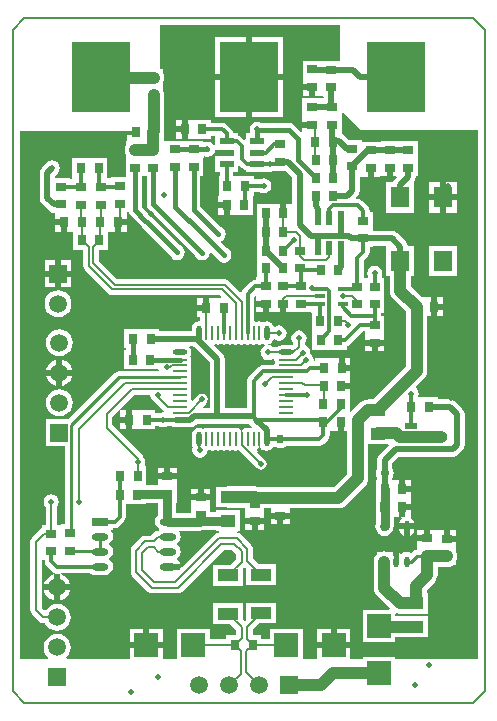
<source format=gtl>
%FSLAX25Y25*%
%MOIN*%
G70*
G01*
G75*
G04 Layer_Physical_Order=1*
G04 Layer_Color=255*
%ADD10R,0.02756X0.03347*%
%ADD11R,0.03347X0.02756*%
%ADD12O,0.05500X0.02500*%
%ADD13R,0.05500X0.02500*%
%ADD14R,0.07874X0.07874*%
%ADD15R,0.07087X0.03937*%
%ADD16R,0.05118X0.03937*%
%ADD17R,0.07874X0.07874*%
%ADD18O,0.01969X0.03543*%
%ADD19O,0.01969X0.03543*%
%ADD20R,0.01969X0.03543*%
%ADD21O,0.04724X0.00984*%
%ADD22R,0.04724X0.01772*%
%ADD23O,0.04724X0.01772*%
%ADD24O,0.00984X0.04724*%
%ADD25O,0.01772X0.04724*%
%ADD26R,0.03937X0.02362*%
%ADD27R,0.04724X0.02362*%
%ADD28R,0.06299X0.07087*%
%ADD29R,0.03347X0.01575*%
%ADD30R,0.02362X0.04724*%
%ADD31C,0.02000*%
%ADD32C,0.03000*%
%ADD33C,0.01200*%
%ADD34C,0.04000*%
%ADD35C,0.00800*%
%ADD36C,0.01500*%
%ADD37C,0.01000*%
%ADD38C,0.00500*%
%ADD39R,0.05906X0.05906*%
%ADD40C,0.05906*%
%ADD41R,0.05906X0.05906*%
%ADD42R,0.19685X0.23622*%
%ADD43C,0.02000*%
%ADD44C,0.03000*%
G36*
X181473Y-148249D02*
X181678Y-148290D01*
X181775Y-148780D01*
X181119Y-149219D01*
X180566Y-150046D01*
X180372Y-151021D01*
X180566Y-151997D01*
X181119Y-152824D01*
X181946Y-153376D01*
X182921Y-153570D01*
X183897Y-153376D01*
X184522Y-152958D01*
X184689D01*
X185006Y-153345D01*
X184999Y-153383D01*
X185153Y-154161D01*
X185292Y-154368D01*
X185153Y-154575D01*
X185033Y-155179D01*
X181280D01*
X180460Y-155342D01*
X179765Y-155807D01*
X176625Y-158947D01*
X176161Y-159641D01*
X175998Y-160461D01*
Y-169651D01*
X168549D01*
Y-153300D01*
X168355Y-152324D01*
X167802Y-151498D01*
X164956Y-148651D01*
X165071Y-148272D01*
X165071Y-148272D01*
X165485Y-148272D01*
D01*
X166262Y-148426D01*
X167040Y-148272D01*
X167246Y-148134D01*
X167453Y-148272D01*
X168231Y-148426D01*
X169008Y-148272D01*
X169215Y-148134D01*
X169422Y-148272D01*
X170199Y-148426D01*
X170976Y-148272D01*
X171183Y-148134D01*
X171390Y-148272D01*
X172168Y-148426D01*
X172945Y-148272D01*
X173152Y-148134D01*
X173359Y-148272D01*
X174136Y-148426D01*
X174914Y-148272D01*
X175120Y-148134D01*
X175327Y-148272D01*
X176105Y-148426D01*
X176882Y-148272D01*
X177089Y-148134D01*
X177296Y-148272D01*
X178073Y-148426D01*
X178850Y-148272D01*
X179057Y-148134D01*
X179264Y-148272D01*
X180042Y-148426D01*
X180819Y-148272D01*
X181163Y-148042D01*
X181473Y-148249D01*
D02*
G37*
G36*
X158161Y-149065D02*
X158161D01*
X158161Y-149065D01*
X163451Y-154356D01*
Y-169651D01*
X161342D01*
X161151Y-169189D01*
X162270Y-168070D01*
X162690Y-167441D01*
X162837Y-166700D01*
X162690Y-165959D01*
X162270Y-165330D01*
X161641Y-164910D01*
X160900Y-164763D01*
X160159Y-164910D01*
X159530Y-165330D01*
X157798Y-167063D01*
X157319Y-166918D01*
X157213Y-166386D01*
X157075Y-166179D01*
X157213Y-165972D01*
X157368Y-165194D01*
X157213Y-164417D01*
X157075Y-164210D01*
X157213Y-164003D01*
X157368Y-163226D01*
X157213Y-162449D01*
X157075Y-162242D01*
X157213Y-162035D01*
X157368Y-161258D01*
X157213Y-160480D01*
X157075Y-160273D01*
X157213Y-160066D01*
X157368Y-159289D01*
X157213Y-158512D01*
X157075Y-158305D01*
X157213Y-158098D01*
X157368Y-157320D01*
X157213Y-156543D01*
X157075Y-156336D01*
X157213Y-156129D01*
X157368Y-155352D01*
X157213Y-154575D01*
X157075Y-154368D01*
X157213Y-154161D01*
X157368Y-153383D01*
X157213Y-152606D01*
X156984Y-152262D01*
X157191Y-151952D01*
X157376Y-151021D01*
X157191Y-150090D01*
X156663Y-149301D01*
X156770Y-148949D01*
X158044D01*
X158161Y-149065D01*
D02*
G37*
G36*
X169101Y-85440D02*
X165238D01*
Y-87121D01*
Y-90861D01*
X166959D01*
Y-92227D01*
X166417D01*
Y-98473D01*
X166417Y-98473D01*
X166417D01*
X166417Y-98573D01*
Y-98627D01*
X166217Y-98827D01*
X166217D01*
Y-101000D01*
X169096D01*
Y-101999D01*
X170095D01*
Y-105173D01*
X171972D01*
Y-105173D01*
X172122D01*
X172326Y-105173D01*
X172326Y-105173D01*
Y-105173D01*
X177878D01*
Y-98827D01*
X177878D01*
Y-98773D01*
X178078Y-98573D01*
X178078D01*
Y-97541D01*
X180105D01*
X180424Y-97755D01*
X181400Y-97949D01*
X182376Y-97755D01*
X183202Y-97202D01*
X183755Y-96376D01*
X183949Y-95400D01*
X183755Y-94424D01*
X183202Y-93598D01*
X182376Y-93045D01*
X181400Y-92851D01*
X180424Y-93045D01*
X180105Y-93259D01*
X178078D01*
Y-92227D01*
X172526D01*
X172526Y-92227D01*
Y-92227D01*
X172322Y-92227D01*
X172247D01*
X172172D01*
X171968Y-92227D01*
X171968Y-92227D01*
Y-92227D01*
X171241D01*
Y-90861D01*
X172962D01*
Y-88943D01*
X173424Y-88752D01*
X174366Y-89694D01*
X175061Y-90158D01*
X175474Y-90241D01*
Y-90861D01*
X183198D01*
Y-90861D01*
X183368Y-90723D01*
X183500Y-90749D01*
X184476Y-90555D01*
X184591Y-90478D01*
X188873D01*
X190851Y-92456D01*
Y-98200D01*
Y-101527D01*
X189000D01*
Y-104701D01*
X187000D01*
Y-101527D01*
X185122D01*
D01*
D01*
X185122Y-101527D01*
X184972D01*
Y-101527D01*
X179217D01*
Y-107873D01*
Y-114073D01*
Y-120273D01*
Y-126016D01*
X178927D01*
Y-126753D01*
X178706D01*
X177886Y-126916D01*
X177191Y-127381D01*
X174591Y-129981D01*
X174127Y-130676D01*
X174118Y-130719D01*
X173640Y-130864D01*
X170006Y-127230D01*
X169378Y-126810D01*
X168636Y-126663D01*
X132702D01*
X126437Y-120398D01*
Y-116773D01*
X129584D01*
Y-110773D01*
X129878Y-110773D01*
D01*
D01*
X130028D01*
Y-110773D01*
X131905D01*
Y-107599D01*
X132905D01*
Y-106600D01*
X135784D01*
Y-104427D01*
D01*
Y-104427D01*
X135927Y-104283D01*
X136442D01*
X136480Y-104478D01*
X136978Y-105222D01*
X140428Y-108672D01*
X141031Y-109275D01*
X141031D01*
X141031Y-109275D01*
X150324Y-118568D01*
X150345Y-118675D01*
X150898Y-119502D01*
X151725Y-120055D01*
X152700Y-120249D01*
X153675Y-120055D01*
X154502Y-119502D01*
X155055Y-118675D01*
X155249Y-117700D01*
X155055Y-116725D01*
X154502Y-115898D01*
X153675Y-115345D01*
X153568Y-115324D01*
X144275Y-106031D01*
X143672Y-105428D01*
X140894Y-102650D01*
Y-92278D01*
X142406D01*
Y-101500D01*
X142580Y-102378D01*
X143078Y-103122D01*
X143078Y-103122D01*
X143078Y-103122D01*
X158624Y-118668D01*
X158645Y-118775D01*
X159198Y-119602D01*
X160024Y-120155D01*
X161000Y-120349D01*
X161976Y-120155D01*
X162802Y-119602D01*
X163355Y-118775D01*
X163546Y-117814D01*
X164025Y-117669D01*
X165724Y-119368D01*
X165745Y-119475D01*
X166298Y-120302D01*
X167124Y-120855D01*
X168100Y-121049D01*
X169076Y-120855D01*
X169902Y-120302D01*
X170455Y-119475D01*
X170649Y-118500D01*
X170455Y-117525D01*
X169902Y-116698D01*
X169076Y-116145D01*
X168968Y-116124D01*
X167165Y-114320D01*
X167276Y-113955D01*
X168102Y-113402D01*
X168655Y-112575D01*
X168849Y-111600D01*
X168655Y-110625D01*
X168102Y-109798D01*
X167276Y-109245D01*
X167168Y-109224D01*
X160394Y-102450D01*
Y-92078D01*
X161273D01*
Y-86526D01*
X161273Y-86526D01*
D01*
D01*
X161273Y-86322D01*
Y-86306D01*
Y-86247D01*
Y-86234D01*
Y-86172D01*
X161273Y-86167D01*
X161558Y-85741D01*
X161660Y-85658D01*
X162594Y-85843D01*
X163570Y-85649D01*
X164397Y-85097D01*
X164759Y-84554D01*
X165238Y-84699D01*
Y-83440D01*
X169101D01*
Y-85440D01*
D02*
G37*
G36*
X222377Y-115557D02*
X222377Y-115557D01*
X222377Y-115557D01*
Y-125643D01*
X223497D01*
Y-130427D01*
X223497Y-130427D01*
X223497D01*
X223617Y-131341D01*
X223970Y-132192D01*
X224531Y-132923D01*
X228870Y-137262D01*
Y-155738D01*
X219304Y-165304D01*
X217938Y-166670D01*
X216200D01*
X216200Y-166670D01*
X215731Y-166732D01*
X215341D01*
Y-166783D01*
X215286Y-166790D01*
X214435Y-167143D01*
X213704Y-167704D01*
X210540Y-170868D01*
X210078Y-170676D01*
Y-165373D01*
X210178D01*
Y-163200D01*
X207299D01*
Y-161200D01*
X210178D01*
Y-159373D01*
X210378D01*
Y-157200D01*
X207499D01*
Y-156201D01*
X206500D01*
Y-153027D01*
X204622D01*
D01*
D01*
X204622Y-153027D01*
X204472D01*
Y-153027D01*
X198716D01*
Y-153649D01*
X198246Y-153818D01*
X198149Y-153700D01*
X197955Y-152725D01*
X197402Y-151898D01*
X196895Y-151559D01*
X196996Y-151053D01*
X196802Y-150078D01*
X196249Y-149251D01*
X195422Y-148698D01*
X195137Y-148642D01*
Y-147801D01*
X195555Y-147176D01*
X195749Y-146200D01*
X195555Y-145224D01*
X195002Y-144398D01*
X194176Y-143845D01*
X193200Y-143651D01*
X192225Y-143845D01*
X191398Y-144398D01*
X190845Y-145224D01*
X190651Y-146200D01*
X190845Y-147176D01*
X191263Y-147801D01*
Y-148371D01*
X190876Y-148688D01*
X190376Y-148589D01*
X187424D01*
X186493Y-148774D01*
X186029Y-149084D01*
X184522D01*
X183897Y-148666D01*
X182921Y-148472D01*
X182894Y-148337D01*
X183335Y-148249D01*
X184124Y-147722D01*
X184651Y-146932D01*
X184684Y-146768D01*
X185146Y-146577D01*
X185599Y-146880D01*
X186575Y-147074D01*
X187550Y-146880D01*
X188377Y-146328D01*
X188930Y-145501D01*
X189124Y-144525D01*
X188930Y-143550D01*
X188377Y-142723D01*
X187550Y-142170D01*
X186575Y-141976D01*
X185599Y-142170D01*
X185146Y-142473D01*
X184684Y-142282D01*
X184651Y-142118D01*
X184124Y-141329D01*
X183335Y-140801D01*
X182404Y-140616D01*
X181473Y-140801D01*
X181163Y-141008D01*
X180819Y-140779D01*
X180042Y-140624D01*
X179264Y-140779D01*
X179057Y-140917D01*
X178850Y-140779D01*
X178246Y-140658D01*
Y-136000D01*
X178246Y-136000D01*
X178246Y-136000D01*
Y-136000D01*
Y-132522D01*
X178662Y-132245D01*
X178927Y-132354D01*
Y-133800D01*
X182101D01*
Y-134799D01*
X183100D01*
Y-137678D01*
X184827D01*
Y-137683D01*
X187000D01*
Y-134804D01*
X189000D01*
Y-137683D01*
X191173D01*
Y-137678D01*
X197073D01*
D01*
X197073D01*
X197416Y-138021D01*
Y-143673D01*
X197517D01*
Y-143727D01*
X197517D01*
Y-150073D01*
X203272D01*
Y-150073D01*
X203272D01*
X203272Y-150073D01*
X203422D01*
Y-150073D01*
X209178D01*
Y-148946D01*
X209519Y-148878D01*
X210214Y-148414D01*
X214592Y-144036D01*
X215327D01*
Y-144569D01*
X215327Y-144569D01*
X215327D01*
X215327Y-144772D01*
Y-144922D01*
D01*
D01*
D01*
X215327D01*
D01*
Y-146800D01*
X221673D01*
Y-145126D01*
X221673Y-145126D01*
D01*
D01*
X221673Y-144922D01*
Y-144906D01*
Y-144847D01*
X221673Y-144772D01*
X221673Y-144569D01*
X221673Y-144569D01*
X221673D01*
Y-139016D01*
X220641D01*
Y-138800D01*
X220641Y-138800D01*
X220641Y-138800D01*
Y-138800D01*
Y-137878D01*
X221673D01*
Y-132122D01*
D01*
Y-132122D01*
X221673Y-132122D01*
Y-131972D01*
X221673D01*
Y-126216D01*
X221024D01*
X220788Y-125776D01*
X220855Y-125675D01*
X221049Y-124700D01*
X220855Y-123724D01*
X220302Y-122898D01*
X219476Y-122345D01*
X218500Y-122151D01*
X217525Y-122345D01*
X216698Y-122898D01*
X216145Y-123724D01*
X215951Y-124700D01*
X216145Y-125675D01*
X216212Y-125776D01*
X215976Y-126216D01*
X214741D01*
Y-120287D01*
X216114Y-118914D01*
X216578Y-118219D01*
X216741Y-117400D01*
X216741Y-117400D01*
X216741Y-117400D01*
Y-117400D01*
Y-115878D01*
X217773D01*
Y-115549D01*
X222377D01*
Y-115557D01*
D02*
G37*
G36*
X165441Y-210568D02*
X166534D01*
X166583Y-211066D01*
X165859Y-211210D01*
X165230Y-211630D01*
X154385Y-222476D01*
X153812Y-222400D01*
X153717Y-223118D01*
X153700Y-223161D01*
X153460Y-223400D01*
X149537D01*
Y-221400D01*
X153600D01*
X153440Y-221013D01*
X152999Y-220439D01*
X152425Y-219998D01*
Y-219802D01*
X152999Y-219361D01*
X153440Y-218787D01*
X153717Y-218118D01*
X153812Y-217400D01*
X153717Y-216682D01*
X153440Y-216013D01*
X152999Y-215439D01*
X152425Y-214998D01*
Y-214802D01*
X152999Y-214361D01*
X153440Y-213787D01*
X153717Y-213118D01*
X153812Y-212400D01*
X153717Y-211682D01*
X153440Y-211013D01*
X152999Y-210439D01*
X153004Y-210426D01*
X160274D01*
X161057Y-210323D01*
X161354Y-210200D01*
X165441D01*
Y-210568D01*
D02*
G37*
G36*
X207000Y-53922D02*
X200827D01*
D01*
X200827D01*
X200773Y-53869D01*
Y-53822D01*
X194427D01*
Y-59374D01*
X194427Y-59374D01*
X194427D01*
X194427Y-59578D01*
Y-59728D01*
D01*
D01*
D01*
X194427D01*
D01*
Y-61606D01*
X197601D01*
Y-62604D01*
X198600D01*
Y-65483D01*
X200773D01*
X200773Y-65483D01*
D01*
X200827Y-65583D01*
X200827D01*
D01*
D01*
X201097Y-65583D01*
X201451Y-65937D01*
Y-66322D01*
X201127Y-66322D01*
D01*
X200673D01*
Y-66322D01*
X194327D01*
Y-72078D01*
X194327Y-72078D01*
X194327Y-72228D01*
X194327D01*
Y-74106D01*
X197501D01*
Y-76105D01*
X194327D01*
Y-77329D01*
X193865Y-77521D01*
X191458Y-75114D01*
X190714Y-74617D01*
X189836Y-74442D01*
X180421D01*
X180275Y-74345D01*
X179300Y-74151D01*
X178324Y-74345D01*
X177498Y-74898D01*
X176945Y-75725D01*
X176751Y-76700D01*
X176936Y-77632D01*
X176848Y-77740D01*
X176431Y-78019D01*
X175474D01*
Y-79993D01*
X175012Y-80184D01*
X174014Y-79186D01*
X173319Y-78722D01*
X172962Y-78651D01*
Y-78019D01*
X171241D01*
Y-78000D01*
X171078Y-77181D01*
X170614Y-76486D01*
X169214Y-75086D01*
X168519Y-74622D01*
X167700Y-74459D01*
X163883D01*
Y-73427D01*
X158332D01*
X158332Y-73427D01*
Y-73427D01*
X158128Y-73427D01*
X158053D01*
X157978D01*
X157774Y-73427D01*
X157774Y-73427D01*
Y-73427D01*
X156100D01*
Y-76601D01*
Y-79773D01*
X157978D01*
Y-79773D01*
X158128D01*
X158332Y-79773D01*
X158332Y-79773D01*
Y-79773D01*
X163883D01*
Y-78741D01*
X165238D01*
Y-81889D01*
X164759Y-82034D01*
X164397Y-81492D01*
X163570Y-80940D01*
X162594Y-80746D01*
X161660Y-80931D01*
X161558Y-80848D01*
X161273Y-80422D01*
Y-80417D01*
X148627D01*
Y-80417D01*
X148584D01*
X148230Y-80063D01*
Y-78060D01*
X148330Y-77300D01*
Y-65300D01*
X148210Y-64386D01*
X147973Y-63815D01*
Y-62422D01*
D01*
Y-62422D01*
X147973Y-62422D01*
Y-62272D01*
X147973D01*
Y-60880D01*
X148210Y-60308D01*
X148330Y-59395D01*
X148210Y-58481D01*
X147973Y-57909D01*
Y-56516D01*
X147000D01*
Y-41989D01*
X207000D01*
Y-53922D01*
D02*
G37*
G36*
X213800Y-76900D02*
X253016D01*
Y-253100D01*
X225337D01*
Y-252563D01*
X214463D01*
Y-253100D01*
X210237D01*
Y-249500D01*
X199363D01*
Y-253100D01*
X194489D01*
Y-243063D01*
X183615D01*
Y-246563D01*
X180678D01*
Y-245327D01*
X177887D01*
Y-244900D01*
Y-243252D01*
X179771Y-241369D01*
X185543D01*
Y-234432D01*
X175457D01*
Y-240204D01*
X175105Y-240555D01*
X174643Y-240364D01*
Y-234631D01*
X164557D01*
Y-241568D01*
X170329D01*
X172213Y-243452D01*
Y-245327D01*
X169017D01*
Y-246563D01*
X163485D01*
Y-243063D01*
X152611D01*
Y-253100D01*
X147737D01*
Y-249500D01*
X136863D01*
Y-253100D01*
X115740D01*
X115579Y-252626D01*
X115776Y-252476D01*
X116490Y-251546D01*
X116938Y-250462D01*
X117091Y-249300D01*
X116938Y-248138D01*
X116490Y-247054D01*
X115776Y-246124D01*
X114846Y-245410D01*
X113762Y-244962D01*
X112600Y-244809D01*
X111438Y-244962D01*
X110354Y-245410D01*
X109424Y-246124D01*
X108711Y-247054D01*
X108262Y-248138D01*
X108109Y-249300D01*
X108262Y-250462D01*
X108711Y-251546D01*
X109424Y-252476D01*
X109621Y-252626D01*
X109460Y-253100D01*
X100084D01*
Y-77200D01*
X138795D01*
Y-78400D01*
X135916D01*
Y-80573D01*
D01*
Y-80573D01*
X135873Y-80616D01*
X135427D01*
Y-82009D01*
X135190Y-82581D01*
X135070Y-83495D01*
X135190Y-84408D01*
X135427Y-84980D01*
Y-86372D01*
X135427Y-86372D01*
X135427Y-86522D01*
X135427D01*
Y-92278D01*
D01*
Y-92278D01*
X135083Y-92622D01*
X130527D01*
Y-93016D01*
X130473D01*
Y-93016D01*
X129283D01*
Y-92673D01*
X129283D01*
Y-86327D01*
X123528D01*
D01*
D01*
X123528Y-86327D01*
X123378D01*
Y-86327D01*
X117622D01*
Y-92673D01*
X117622D01*
Y-92921D01*
X117427Y-93116D01*
X117427D01*
Y-93116D01*
X117168D01*
X116973Y-92922D01*
Y-92922D01*
X111849D01*
Y-92256D01*
X112628Y-91477D01*
X112837Y-91337D01*
X113390Y-90510D01*
X113584Y-89535D01*
X113390Y-88559D01*
X112837Y-87732D01*
X112802Y-87698D01*
X111976Y-87145D01*
X111000Y-86951D01*
X110024Y-87145D01*
X109198Y-87698D01*
X107498Y-89398D01*
X106945Y-90224D01*
X106751Y-91200D01*
Y-99500D01*
X106945Y-100476D01*
X107498Y-101302D01*
X109703Y-103508D01*
X110530Y-104060D01*
X110627Y-104080D01*
Y-104584D01*
X112016D01*
Y-106600D01*
X114895D01*
Y-107599D01*
X115894D01*
Y-110773D01*
X117772D01*
D01*
X117772D01*
X117922Y-110923D01*
Y-116773D01*
X121234D01*
X121263Y-116802D01*
Y-122200D01*
X121263Y-122200D01*
X121263D01*
X121410Y-122941D01*
X121830Y-123570D01*
X129630Y-131370D01*
X130259Y-131790D01*
X131000Y-131937D01*
X166865D01*
X167393Y-132465D01*
X167201Y-132927D01*
X165222D01*
D01*
D01*
X165222Y-132927D01*
X165072D01*
Y-132927D01*
X163195D01*
Y-136101D01*
X162196D01*
Y-137100D01*
X159317D01*
Y-139273D01*
X160388D01*
Y-140307D01*
X160002Y-140624D01*
X159963Y-140616D01*
X159032Y-140801D01*
X158243Y-141329D01*
X157716Y-142118D01*
X157530Y-143049D01*
Y-143851D01*
X146684D01*
Y-143227D01*
X141131D01*
X141131Y-143227D01*
Y-143227D01*
X140928Y-143227D01*
X140853D01*
X140778D01*
X140574Y-143227D01*
X140574Y-143227D01*
Y-143227D01*
X135022D01*
Y-149573D01*
X135506D01*
Y-150227D01*
X134922D01*
Y-156573D01*
X140678D01*
Y-156573D01*
X140828D01*
X141032Y-156573D01*
X141032Y-156573D01*
Y-156573D01*
X146376D01*
X146590Y-157025D01*
X146405Y-157250D01*
X133311D01*
X132531Y-157405D01*
X131869Y-157847D01*
X116369Y-173347D01*
X108847D01*
Y-182253D01*
X115214D01*
Y-208316D01*
X113827D01*
Y-208517D01*
X112637D01*
Y-202401D01*
X113055Y-201776D01*
X113249Y-200800D01*
X113055Y-199825D01*
X112502Y-198998D01*
X111676Y-198445D01*
X110700Y-198251D01*
X109724Y-198445D01*
X108898Y-198998D01*
X108345Y-199825D01*
X108151Y-200800D01*
X108345Y-201776D01*
X108763Y-202401D01*
Y-208517D01*
X107527D01*
Y-209654D01*
X106973Y-210025D01*
X104267Y-212730D01*
X103847Y-213359D01*
X103700Y-214100D01*
Y-236937D01*
X103700Y-236937D01*
X103700D01*
X103847Y-237678D01*
X104267Y-238307D01*
X106630Y-240670D01*
X107259Y-241090D01*
X108000Y-241237D01*
X108583D01*
X108711Y-241546D01*
X109424Y-242476D01*
X110354Y-243190D01*
X111438Y-243638D01*
X112600Y-243791D01*
X113762Y-243638D01*
X114846Y-243190D01*
X115776Y-242476D01*
X116490Y-241546D01*
X116938Y-240462D01*
X117091Y-239300D01*
X116938Y-238138D01*
X116490Y-237054D01*
X115776Y-236124D01*
X114846Y-235410D01*
X113762Y-234962D01*
X112600Y-234809D01*
X111438Y-234962D01*
X110354Y-235410D01*
X109424Y-236124D01*
X108847Y-236876D01*
X108348Y-236909D01*
X107574Y-236135D01*
Y-220178D01*
X108559D01*
Y-220600D01*
X108722Y-221419D01*
X109186Y-222114D01*
X110386Y-223314D01*
X110386Y-223314D01*
X110986Y-223914D01*
X111681Y-224378D01*
X111844Y-224411D01*
X111828Y-224910D01*
X112600Y-224809D01*
X113600Y-224940D01*
Y-228300D01*
X116960D01*
X116938Y-228138D01*
X116490Y-227054D01*
X115776Y-226124D01*
X114846Y-225411D01*
X113931Y-225031D01*
X114028Y-224541D01*
X123673D01*
X124013Y-224802D01*
X124682Y-225079D01*
X125400Y-225174D01*
X128400D01*
X129118Y-225079D01*
X129787Y-224802D01*
X130361Y-224361D01*
X130802Y-223787D01*
X131079Y-223118D01*
X131174Y-222400D01*
X131079Y-221682D01*
X130802Y-221013D01*
X130361Y-220439D01*
X129787Y-219998D01*
Y-219802D01*
X130361Y-219361D01*
X130802Y-218787D01*
X131079Y-218118D01*
X131174Y-217400D01*
X131079Y-216682D01*
X130802Y-216013D01*
X130361Y-215439D01*
X129787Y-214998D01*
Y-214802D01*
X130361Y-214361D01*
X130802Y-213787D01*
X131079Y-213118D01*
X131174Y-212400D01*
X131079Y-211682D01*
X130802Y-211013D01*
X130361Y-210439D01*
X130459Y-210150D01*
X131150D01*
Y-209541D01*
X131800D01*
X132619Y-209378D01*
X133314Y-208914D01*
X134914Y-207314D01*
X135378Y-206619D01*
X135378Y-206619D01*
X135378Y-206619D01*
X135541Y-205800D01*
Y-201673D01*
X136278D01*
Y-201673D01*
X136278D01*
X136278Y-201673D01*
X136428D01*
Y-201673D01*
X142183D01*
Y-201231D01*
X146274D01*
Y-205287D01*
X146077Y-205439D01*
X145636Y-206013D01*
X145359Y-206682D01*
X145264Y-207400D01*
X145359Y-208118D01*
X145636Y-208787D01*
X146077Y-209361D01*
X146453Y-209650D01*
Y-210150D01*
X146077Y-210439D01*
X146001Y-210538D01*
X145636Y-210610D01*
X145007Y-211030D01*
X143975Y-212063D01*
X142054D01*
X141313Y-212210D01*
X140685Y-212630D01*
X137630Y-215685D01*
X137210Y-216313D01*
X137063Y-217054D01*
Y-224146D01*
X137063Y-224146D01*
X137063D01*
X137210Y-224887D01*
X137630Y-225515D01*
X142885Y-230770D01*
X143513Y-231190D01*
X144254Y-231337D01*
X152746D01*
X153487Y-231190D01*
X154115Y-230770D01*
X168148Y-216737D01*
X170898D01*
X172213Y-218052D01*
Y-219952D01*
X170329Y-221836D01*
X164557D01*
Y-228773D01*
X174643D01*
Y-223001D01*
X174900Y-222744D01*
X175224D01*
X175457Y-222841D01*
Y-228573D01*
X185543D01*
Y-221636D01*
X179771D01*
X177887Y-219752D01*
Y-216504D01*
X177740Y-215763D01*
X177320Y-215135D01*
X173815Y-211630D01*
X173187Y-211210D01*
X172446Y-211063D01*
Y-210922D01*
X172799Y-210568D01*
X173559D01*
Y-203631D01*
X165441D01*
Y-204148D01*
X163673D01*
Y-202532D01*
X163673Y-202532D01*
D01*
D01*
X163673Y-202328D01*
Y-202312D01*
Y-202253D01*
X163673Y-202178D01*
X163673Y-201974D01*
X163673Y-201974D01*
X163673D01*
Y-200300D01*
X157327D01*
Y-201974D01*
X157327Y-201974D01*
X157327D01*
X157327Y-202178D01*
Y-202328D01*
D01*
D01*
X157327D01*
Y-204374D01*
X152326D01*
Y-201083D01*
X152473D01*
Y-195531D01*
X152473Y-195531D01*
D01*
D01*
X152473Y-195328D01*
Y-195312D01*
Y-195253D01*
X152473Y-195178D01*
X152473Y-194974D01*
X152473Y-194974D01*
X152473D01*
Y-193300D01*
X146127D01*
Y-194826D01*
X146127Y-194826D01*
X146127D01*
X146127Y-195178D01*
X146125Y-195180D01*
X142283D01*
Y-188927D01*
X142104D01*
X141787Y-188540D01*
X141955Y-187700D01*
X141761Y-186724D01*
X141256Y-185970D01*
X141195Y-185664D01*
X140775Y-185036D01*
X131037Y-175298D01*
Y-172402D01*
X133260Y-170179D01*
X133722Y-170371D01*
Y-172500D01*
X135600D01*
Y-170327D01*
X133766D01*
X133575Y-169865D01*
X138276Y-165163D01*
X143621D01*
X143651Y-165200D01*
X143845Y-166175D01*
X144398Y-167002D01*
X145197Y-167536D01*
X148157Y-170496D01*
X148124Y-170558D01*
X147876Y-170928D01*
X147800Y-170913D01*
X146825Y-171107D01*
X146505Y-171321D01*
X145384D01*
Y-170327D01*
X139831D01*
X139831Y-170327D01*
Y-170327D01*
X139628Y-170327D01*
X139553D01*
X139478D01*
X139274Y-170327D01*
X139274Y-170327D01*
Y-170327D01*
X137600D01*
Y-173501D01*
Y-176673D01*
X139478D01*
Y-176673D01*
X139628D01*
X139831Y-176673D01*
X139831Y-176673D01*
Y-176673D01*
X145384D01*
Y-175603D01*
X146505D01*
X146825Y-175817D01*
X147800Y-176011D01*
X148775Y-175817D01*
X149095Y-175603D01*
X150901D01*
X151060Y-175710D01*
X151990Y-175895D01*
X152882D01*
X153467Y-176011D01*
X157038D01*
X158013Y-175817D01*
X158840Y-175265D01*
X158840Y-175265D01*
X158840Y-175265D01*
X159356Y-174749D01*
X176694D01*
X177039Y-175265D01*
X177496Y-175722D01*
X177391Y-176069D01*
X176920Y-176237D01*
X176882Y-176212D01*
X176105Y-176057D01*
X175327Y-176212D01*
X175120Y-176350D01*
X175120Y-176350D01*
X174668Y-176652D01*
X174228Y-177311D01*
X174136Y-177772D01*
X174044Y-177311D01*
X173604Y-176652D01*
X173152Y-176350D01*
X173152Y-176350D01*
X172945Y-176212D01*
X172168Y-176057D01*
X171390Y-176212D01*
X171183Y-176350D01*
X170976Y-176212D01*
X170199Y-176057D01*
X169422Y-176212D01*
X169215Y-176350D01*
X169008Y-176212D01*
X168231Y-176057D01*
X167453Y-176212D01*
X167246Y-176350D01*
X167040Y-176212D01*
X166262Y-176057D01*
X165485Y-176212D01*
X165278Y-176350D01*
X165071Y-176212D01*
X164294Y-176057D01*
X163516Y-176212D01*
X163309Y-176350D01*
X163102Y-176212D01*
X162325Y-176057D01*
X161548Y-176212D01*
X161204Y-176442D01*
X160894Y-176234D01*
X159963Y-176049D01*
X159032Y-176234D01*
X158243Y-176762D01*
X157716Y-177551D01*
X157530Y-178482D01*
Y-181435D01*
X157716Y-182366D01*
X157783Y-182467D01*
X157745Y-182525D01*
X157551Y-183500D01*
X157745Y-184476D01*
X158298Y-185302D01*
X159125Y-185855D01*
X160100Y-186049D01*
X161075Y-185855D01*
X161902Y-185302D01*
X162455Y-184476D01*
X162588Y-183807D01*
X163102Y-183705D01*
X163309Y-183567D01*
X163516Y-183705D01*
X164294Y-183860D01*
X165071Y-183705D01*
X165278Y-183567D01*
X165485Y-183705D01*
X166262Y-183860D01*
X167040Y-183705D01*
X167246Y-183567D01*
X167453Y-183705D01*
X168231Y-183860D01*
X169008Y-183705D01*
X169215Y-183567D01*
X169422Y-183705D01*
X170199Y-183860D01*
X170976Y-183705D01*
X171183Y-183567D01*
X171390Y-183705D01*
X172168Y-183860D01*
X172945Y-183705D01*
X173137Y-183577D01*
X179130Y-189570D01*
X179759Y-189990D01*
X180500Y-190137D01*
X181241Y-189990D01*
X181870Y-189570D01*
X182290Y-188941D01*
X182437Y-188200D01*
X182290Y-187459D01*
X181870Y-186830D01*
X179225Y-184185D01*
X179460Y-183744D01*
X179264Y-183705D01*
X179057Y-183567D01*
X179510Y-183265D01*
X179950Y-182606D01*
X180077Y-181967D01*
X180156Y-182366D01*
X180684Y-183155D01*
X181042Y-183394D01*
Y-183556D01*
X181163Y-183475D01*
X181473Y-183682D01*
X182404Y-183867D01*
X183335Y-183682D01*
X184124Y-183155D01*
X184637Y-182387D01*
X184703Y-182376D01*
X185404Y-182515D01*
X185487Y-182579D01*
X186217Y-182881D01*
X187000Y-182984D01*
X187783Y-182881D01*
X188513Y-182579D01*
X189138Y-182099D01*
X199942D01*
X200761Y-181937D01*
X201456Y-181472D01*
X201456Y-181472D01*
X201456Y-181472D01*
X202814Y-180114D01*
X203278Y-179419D01*
X203441Y-178600D01*
X203441Y-178600D01*
X203441Y-178600D01*
Y-178600D01*
Y-177273D01*
X204172D01*
Y-177273D01*
X204172D01*
X204172Y-177273D01*
X204322D01*
Y-177273D01*
X206200D01*
Y-174099D01*
X208200D01*
Y-177273D01*
X209270D01*
Y-191538D01*
X204912Y-195896D01*
X179629D01*
X179437Y-195816D01*
X178523Y-195696D01*
X169500D01*
X169031Y-195757D01*
X165441D01*
Y-202695D01*
X169031D01*
X169500Y-202756D01*
X175350D01*
Y-204068D01*
X175350Y-204068D01*
X175350D01*
X175350Y-204272D01*
Y-204422D01*
D01*
D01*
D01*
X175350D01*
D01*
Y-206300D01*
X181696D01*
Y-204626D01*
X181696Y-204626D01*
D01*
D01*
X181696Y-204422D01*
Y-204406D01*
Y-204347D01*
X181696Y-204272D01*
X181696Y-204068D01*
X181696Y-204068D01*
X181696D01*
Y-202956D01*
X183827D01*
Y-204400D01*
X190173D01*
Y-202956D01*
X206374D01*
X207288Y-202836D01*
X208139Y-202483D01*
X208870Y-201922D01*
X208870Y-201922D01*
X208870Y-201922D01*
X215296Y-195496D01*
X215857Y-194765D01*
X216210Y-193914D01*
X216330Y-193000D01*
X216330Y-193000D01*
X216330Y-193000D01*
Y-193000D01*
Y-181543D01*
X218931D01*
X219400Y-181604D01*
X219869Y-181543D01*
X222899D01*
X223091Y-182004D01*
X219992Y-185103D01*
X219440Y-185930D01*
X219246Y-186906D01*
Y-189701D01*
X219180Y-189787D01*
X218877Y-190517D01*
X218774Y-191300D01*
X218877Y-192083D01*
X219180Y-192813D01*
X219246Y-192899D01*
Y-193527D01*
X218917D01*
Y-195809D01*
X218872Y-195917D01*
X218769Y-196700D01*
Y-208271D01*
X218674Y-208989D01*
X218777Y-209772D01*
X219079Y-210502D01*
X219560Y-211129D01*
X219674Y-211216D01*
X219909Y-211567D01*
X220731Y-212117D01*
X221700Y-212309D01*
X222669Y-212117D01*
X223491Y-211567D01*
X223726Y-211216D01*
X223840Y-211129D01*
X223934Y-211034D01*
X224415Y-210407D01*
X224717Y-209678D01*
X224820Y-208894D01*
Y-205873D01*
X226606D01*
Y-202699D01*
X227605D01*
Y-201700D01*
X230484D01*
Y-199873D01*
X230578D01*
Y-197700D01*
X227699D01*
Y-196701D01*
X226700D01*
Y-193527D01*
X224822D01*
D01*
D01*
X224822Y-193527D01*
X224672D01*
D01*
X224343Y-193527D01*
Y-192913D01*
X224420Y-192813D01*
X224723Y-192083D01*
X224826Y-191300D01*
X224723Y-190517D01*
X224420Y-189787D01*
X224343Y-189687D01*
Y-187961D01*
X226482Y-185823D01*
X227232D01*
Y-185955D01*
X234169D01*
Y-185823D01*
X244526D01*
X245501Y-185629D01*
X246328Y-185076D01*
X246328Y-185076D01*
X246328Y-185076D01*
X247702Y-183702D01*
X248255Y-182876D01*
X248449Y-181900D01*
X248449Y-181900D01*
X248449Y-181900D01*
Y-181900D01*
Y-171600D01*
X248255Y-170624D01*
X247702Y-169798D01*
X245202Y-167298D01*
X244375Y-166745D01*
X243400Y-166551D01*
X239510D01*
Y-165927D01*
X233754D01*
D01*
D01*
X233754Y-165927D01*
X233604D01*
Y-165927D01*
X233319D01*
X233002Y-165540D01*
X233149Y-164800D01*
X232955Y-163824D01*
X232402Y-162998D01*
X232246Y-162893D01*
X232197Y-162396D01*
X234896Y-159696D01*
X235457Y-158965D01*
X235810Y-158114D01*
X235930Y-157200D01*
X235930Y-157200D01*
X235930Y-157200D01*
Y-157200D01*
Y-138973D01*
X237305D01*
Y-135801D01*
Y-132627D01*
X235428D01*
D01*
D01*
X235428Y-132627D01*
X235278D01*
Y-132627D01*
X234219D01*
X230557Y-128964D01*
Y-125643D01*
X231676D01*
Y-115557D01*
X229522D01*
X229476Y-115324D01*
X229382Y-114851D01*
X228829Y-114024D01*
X226002Y-111198D01*
X225175Y-110645D01*
X224200Y-110451D01*
X217773D01*
X217773Y-110122D01*
D01*
Y-109972D01*
X217773D01*
Y-104217D01*
X216741D01*
Y-103800D01*
X216578Y-102981D01*
X216114Y-102286D01*
X214314Y-100486D01*
X213619Y-100022D01*
X212800Y-99859D01*
X212499D01*
X212308Y-99397D01*
X212702Y-99002D01*
X213255Y-98176D01*
X213449Y-97200D01*
Y-92378D01*
X213927D01*
Y-92378D01*
X216100D01*
Y-89499D01*
X218100D01*
Y-92378D01*
X220273D01*
Y-92283D01*
X220273D01*
X220427D01*
X220627Y-92283D01*
X220627Y-92283D01*
Y-92283D01*
X222600D01*
Y-89404D01*
X224600D01*
Y-92283D01*
X225658D01*
X225850Y-92745D01*
X225224Y-93371D01*
X224672Y-94198D01*
X224652Y-94297D01*
X222377D01*
Y-104384D01*
X231676D01*
Y-94297D01*
X231676Y-94297D01*
X231676D01*
X231601Y-94155D01*
X232055Y-93476D01*
X232249Y-92500D01*
Y-92278D01*
X232873D01*
Y-86726D01*
X232873Y-86726D01*
D01*
D01*
X232873Y-86522D01*
Y-86506D01*
Y-86447D01*
X232873Y-86372D01*
X232873Y-86168D01*
X232873Y-86168D01*
X232873D01*
Y-80616D01*
X226527D01*
Y-80622D01*
X220427D01*
Y-80717D01*
X220273D01*
Y-80717D01*
X214073D01*
Y-80222D01*
X209827D01*
X208402Y-78798D01*
X207575Y-78245D01*
X207478Y-78226D01*
Y-77727D01*
X207473D01*
Y-72228D01*
D01*
Y-72228D01*
X207473Y-72228D01*
Y-72078D01*
X207473D01*
Y-71227D01*
X207935Y-71035D01*
X213800Y-76900D01*
D02*
G37*
%LPC*%
G36*
X163673Y-196422D02*
X161500D01*
Y-198300D01*
X163673D01*
Y-196422D01*
D02*
G37*
G36*
X230578Y-193527D02*
X228700D01*
Y-195700D01*
X230578D01*
Y-193527D01*
D02*
G37*
G36*
X190173Y-206400D02*
X188000D01*
Y-208278D01*
X190173D01*
Y-206400D01*
D02*
G37*
G36*
X230484Y-203700D02*
X228606D01*
Y-205873D01*
X227332D01*
X227477Y-206352D01*
X227389Y-206411D01*
X226840Y-207232D01*
X226690Y-207989D01*
X231671D01*
X231520Y-207232D01*
X230971Y-206411D01*
X230430Y-206049D01*
X230484Y-205873D01*
X230484D01*
X230484Y-205873D01*
Y-203700D01*
D02*
G37*
G36*
X159500Y-196422D02*
X157327D01*
Y-198300D01*
X159500D01*
Y-196422D01*
D02*
G37*
G36*
X148300Y-189422D02*
X146127D01*
Y-191300D01*
X148300D01*
Y-189422D01*
D02*
G37*
G36*
X135600Y-174500D02*
X133722D01*
Y-176673D01*
X135600D01*
Y-174500D01*
D02*
G37*
G36*
X112300Y-158800D02*
X108940D01*
X108962Y-158962D01*
X109411Y-160046D01*
X110124Y-160976D01*
X111054Y-161689D01*
X112138Y-162138D01*
X112300Y-162160D01*
Y-158800D01*
D02*
G37*
G36*
X113300Y-163309D02*
X112138Y-163462D01*
X111054Y-163910D01*
X110124Y-164624D01*
X109411Y-165554D01*
X108962Y-166638D01*
X108809Y-167800D01*
X108962Y-168962D01*
X109411Y-170046D01*
X110124Y-170976D01*
X111054Y-171689D01*
X112138Y-172138D01*
X113300Y-172291D01*
X114462Y-172138D01*
X115546Y-171689D01*
X116476Y-170976D01*
X117190Y-170046D01*
X117638Y-168962D01*
X117791Y-167800D01*
X117638Y-166638D01*
X117190Y-165554D01*
X116476Y-164624D01*
X115546Y-163910D01*
X114462Y-163462D01*
X113300Y-163309D01*
D02*
G37*
G36*
X152473Y-189422D02*
X150300D01*
Y-191300D01*
X152473D01*
Y-189422D01*
D02*
G37*
G36*
X112300Y-153440D02*
X112138Y-153462D01*
X111054Y-153911D01*
X110124Y-154624D01*
X109411Y-155554D01*
X108962Y-156638D01*
X108940Y-156800D01*
X112300D01*
Y-153440D01*
D02*
G37*
G36*
X117659Y-158800D02*
X114300D01*
Y-162160D01*
X114462Y-162138D01*
X115546Y-161689D01*
X116476Y-160976D01*
X117190Y-160046D01*
X117638Y-158962D01*
X117659Y-158800D01*
D02*
G37*
G36*
X111600Y-230300D02*
X108240D01*
X108262Y-230462D01*
X108711Y-231546D01*
X109424Y-232476D01*
X110354Y-233190D01*
X111438Y-233638D01*
X111600Y-233660D01*
Y-230300D01*
D02*
G37*
G36*
X116960D02*
X113600D01*
Y-233660D01*
X113762Y-233638D01*
X114846Y-233190D01*
X115776Y-232476D01*
X116490Y-231546D01*
X116938Y-230462D01*
X116960Y-230300D01*
D02*
G37*
G36*
X111600Y-224940D02*
X111438Y-224962D01*
X110354Y-225411D01*
X109424Y-226124D01*
X108711Y-227054D01*
X108262Y-228138D01*
X108240Y-228300D01*
X111600D01*
Y-224940D01*
D02*
G37*
G36*
X210237Y-243063D02*
X205800D01*
Y-247500D01*
X210237D01*
Y-243063D01*
D02*
G37*
G36*
X141300D02*
X136863D01*
Y-247500D01*
X141300D01*
Y-243063D01*
D02*
G37*
G36*
X147737D02*
X143300D01*
Y-247500D01*
X147737D01*
Y-243063D01*
D02*
G37*
G36*
X203800D02*
X199363D01*
Y-247500D01*
X203800D01*
Y-243063D01*
D02*
G37*
G36*
X239073Y-210117D02*
Y-210117D01*
X236900D01*
Y-212996D01*
X235901D01*
Y-213995D01*
X232727D01*
Y-215872D01*
X232727Y-215872D01*
X232727Y-216022D01*
X232727D01*
Y-216634D01*
X232500Y-216861D01*
X232500D01*
Y-216861D01*
D01*
D01*
D01*
X231720Y-217016D01*
X231058Y-217458D01*
X230566Y-217951D01*
X230150Y-217672D01*
X229180Y-217480D01*
X228211Y-217672D01*
X227389Y-218222D01*
X227231D01*
X226440Y-217693D01*
Y-220801D01*
X225230D01*
Y-220800D01*
X225110Y-219886D01*
X224757Y-219035D01*
X224440Y-218621D01*
Y-217693D01*
X224463Y-217677D01*
X224184Y-217528D01*
Y-217528D01*
X224184Y-217528D01*
X222948D01*
X222614Y-217390D01*
X221700Y-217270D01*
X220786Y-217390D01*
X220452Y-217528D01*
X219216D01*
Y-218295D01*
X219204Y-218304D01*
X218643Y-219035D01*
X218290Y-219886D01*
X218170Y-220800D01*
Y-229500D01*
X218170Y-229500D01*
X218170D01*
X218290Y-230414D01*
X218643Y-231265D01*
X219204Y-231996D01*
X223561Y-236353D01*
X223369Y-236815D01*
X214463D01*
Y-247689D01*
X225337D01*
Y-246030D01*
X232200D01*
X232669Y-245969D01*
X236259D01*
Y-239032D01*
X232669D01*
X232200Y-238970D01*
X225337D01*
Y-238248D01*
X225753Y-237970D01*
X225912Y-238036D01*
X226826Y-238156D01*
X232200D01*
X232669Y-238094D01*
X236259D01*
Y-231157D01*
X235730D01*
Y-230262D01*
X238396Y-227596D01*
X238957Y-226865D01*
X239310Y-226014D01*
X239430Y-225100D01*
Y-222430D01*
X241599D01*
X242400Y-222536D01*
X243314Y-222415D01*
X244165Y-222063D01*
X244399Y-221884D01*
X245573D01*
Y-220491D01*
X245810Y-219919D01*
X245930Y-219005D01*
X245810Y-218092D01*
X245573Y-217520D01*
Y-216128D01*
D01*
Y-216128D01*
X245573Y-216128D01*
Y-215978D01*
X245573D01*
Y-214100D01*
X242399D01*
Y-213101D01*
X241400D01*
Y-210222D01*
X239227D01*
Y-210222D01*
X239179D01*
X239073Y-210117D01*
D02*
G37*
G36*
X177523Y-208300D02*
X175350D01*
Y-210178D01*
X177523D01*
Y-208300D01*
D02*
G37*
G36*
X181696D02*
X179523D01*
Y-210178D01*
X181696D01*
Y-208300D01*
D02*
G37*
G36*
X186000Y-206400D02*
X183827D01*
Y-208278D01*
X186000D01*
Y-206400D01*
D02*
G37*
G36*
X234900Y-210117D02*
X232727D01*
Y-211995D01*
X234900D01*
Y-210117D01*
D02*
G37*
G36*
X245573Y-210222D02*
X243400D01*
Y-212100D01*
X245573D01*
Y-210222D01*
D02*
G37*
G36*
X228180Y-209989D02*
X226690D01*
X226840Y-210746D01*
X227389Y-211567D01*
X228180Y-212096D01*
Y-209989D01*
D02*
G37*
G36*
X231671D02*
X230180D01*
Y-212096D01*
X230971Y-211567D01*
X231520Y-210746D01*
X231671Y-209989D01*
D02*
G37*
G36*
X245850Y-100340D02*
X242200D01*
Y-104384D01*
X245850D01*
Y-100340D01*
D02*
G37*
G36*
X240200Y-94297D02*
X236550D01*
Y-98340D01*
X240200D01*
Y-94297D01*
D02*
G37*
G36*
X245850D02*
X242200D01*
Y-98340D01*
X245850D01*
Y-94297D01*
D02*
G37*
G36*
X240200Y-100340D02*
X236550D01*
Y-104384D01*
X240200D01*
Y-100340D01*
D02*
G37*
G36*
X113894Y-108600D02*
X112016D01*
Y-110773D01*
X113894D01*
Y-108600D01*
D02*
G37*
G36*
X135784D02*
X133905D01*
Y-110773D01*
X135784D01*
Y-108600D01*
D02*
G37*
G36*
X168095Y-103000D02*
X166217D01*
Y-105173D01*
X168095D01*
Y-103000D01*
D02*
G37*
G36*
X196600Y-63605D02*
X194427D01*
Y-65483D01*
X196600D01*
Y-63605D01*
D02*
G37*
G36*
X175500Y-45989D02*
X165157D01*
Y-58300D01*
X175500D01*
Y-45989D01*
D02*
G37*
G36*
X187843D02*
X177500D01*
Y-58300D01*
X187843D01*
Y-45989D01*
D02*
G37*
G36*
Y-60300D02*
X177500D01*
Y-72611D01*
X187843D01*
Y-60300D01*
D02*
G37*
G36*
X154100Y-77600D02*
X152222D01*
Y-79773D01*
X154100D01*
Y-77600D01*
D02*
G37*
G36*
Y-73427D02*
X152222D01*
Y-75600D01*
X154100D01*
Y-73427D01*
D02*
G37*
G36*
X175500Y-60300D02*
X165157D01*
Y-72611D01*
X175500D01*
Y-60300D01*
D02*
G37*
G36*
X117353Y-120347D02*
X113900D01*
Y-123800D01*
X117353D01*
Y-120347D01*
D02*
G37*
G36*
X221673Y-148800D02*
X219500D01*
Y-150678D01*
X221673D01*
Y-148800D01*
D02*
G37*
G36*
X112900Y-130309D02*
X111738Y-130462D01*
X110654Y-130911D01*
X109724Y-131624D01*
X109011Y-132554D01*
X108562Y-133638D01*
X108409Y-134800D01*
X108562Y-135962D01*
X109011Y-137046D01*
X109724Y-137976D01*
X110654Y-138689D01*
X111738Y-139138D01*
X112900Y-139291D01*
X114062Y-139138D01*
X115146Y-138689D01*
X116076Y-137976D01*
X116789Y-137046D01*
X117238Y-135962D01*
X117391Y-134800D01*
X117238Y-133638D01*
X116789Y-132554D01*
X116076Y-131624D01*
X115146Y-130911D01*
X114062Y-130462D01*
X112900Y-130309D01*
D02*
G37*
G36*
X241183Y-136800D02*
X239305D01*
Y-138973D01*
X241183D01*
Y-136800D01*
D02*
G37*
G36*
X217500Y-148800D02*
X215327D01*
Y-150678D01*
X217500D01*
Y-148800D01*
D02*
G37*
G36*
X114300Y-153440D02*
Y-156800D01*
X117659D01*
X117638Y-156638D01*
X117190Y-155554D01*
X116476Y-154624D01*
X115546Y-153911D01*
X114462Y-153462D01*
X114300Y-153440D01*
D02*
G37*
G36*
X210378Y-153027D02*
X208500D01*
Y-155200D01*
X210378D01*
Y-153027D01*
D02*
G37*
G36*
X113300Y-143309D02*
X112138Y-143462D01*
X111054Y-143911D01*
X110124Y-144624D01*
X109411Y-145554D01*
X108962Y-146638D01*
X108809Y-147800D01*
X108962Y-148962D01*
X109411Y-150046D01*
X110124Y-150976D01*
X111054Y-151690D01*
X112138Y-152138D01*
X113300Y-152291D01*
X114462Y-152138D01*
X115546Y-151690D01*
X116476Y-150976D01*
X117190Y-150046D01*
X117638Y-148962D01*
X117791Y-147800D01*
X117638Y-146638D01*
X117190Y-145554D01*
X116476Y-144624D01*
X115546Y-143911D01*
X114462Y-143462D01*
X113300Y-143309D01*
D02*
G37*
G36*
X117353Y-125800D02*
X113900D01*
Y-129253D01*
X117353D01*
Y-125800D01*
D02*
G37*
G36*
X245850Y-115557D02*
X236550D01*
Y-125643D01*
X245850D01*
Y-115557D01*
D02*
G37*
G36*
X111900Y-120347D02*
X108447D01*
Y-123800D01*
X111900D01*
Y-120347D01*
D02*
G37*
G36*
Y-125800D02*
X108447D01*
Y-129253D01*
X111900D01*
Y-125800D01*
D02*
G37*
G36*
X181100Y-135800D02*
X178927D01*
Y-137678D01*
X181100D01*
Y-135800D01*
D02*
G37*
G36*
X161195Y-132927D02*
X159317D01*
Y-135100D01*
X161195D01*
Y-132927D01*
D02*
G37*
G36*
X241183Y-132627D02*
X239305D01*
Y-134800D01*
X241183D01*
Y-132627D01*
D02*
G37*
%LPD*%
D10*
X155100Y-76600D02*
D03*
X161005D02*
D03*
X137800Y-153400D02*
D03*
X143705D02*
D03*
X137900Y-146400D02*
D03*
X143806D02*
D03*
X230726Y-169100D02*
D03*
X236631D02*
D03*
X139305Y-198500D02*
D03*
X133400D02*
D03*
X139406Y-192100D02*
D03*
X133500D02*
D03*
X171895Y-248500D02*
D03*
X177800D02*
D03*
X221700Y-202700D02*
D03*
X227606D02*
D03*
X227700Y-196700D02*
D03*
X221795D02*
D03*
X204700Y-86800D02*
D03*
X198794D02*
D03*
X204700Y-98800D02*
D03*
X198794D02*
D03*
X120800Y-113600D02*
D03*
X126706D02*
D03*
X127000Y-107600D02*
D03*
X132905D02*
D03*
X162195Y-136100D02*
D03*
X168100D02*
D03*
X201294Y-168100D02*
D03*
X207200D02*
D03*
X207300Y-162200D02*
D03*
X201395D02*
D03*
X136600Y-173500D02*
D03*
X142506D02*
D03*
X207500Y-156200D02*
D03*
X201594D02*
D03*
X207200Y-174100D02*
D03*
X201294D02*
D03*
X169095Y-102000D02*
D03*
X175000D02*
D03*
X200395Y-146900D02*
D03*
X206300D02*
D03*
X138795Y-77400D02*
D03*
X144700D02*
D03*
X114894Y-107600D02*
D03*
X120800D02*
D03*
X238305Y-135800D02*
D03*
X232400D02*
D03*
X198794Y-92800D02*
D03*
X204700D02*
D03*
X182095Y-104700D02*
D03*
X188000D02*
D03*
X198695Y-80900D02*
D03*
X204600D02*
D03*
X169295Y-95400D02*
D03*
X175200D02*
D03*
X182095Y-117100D02*
D03*
X188000D02*
D03*
X126406Y-89500D02*
D03*
X120500D02*
D03*
X182095Y-110900D02*
D03*
X188000D02*
D03*
X182095Y-123000D02*
D03*
X188000D02*
D03*
X200294Y-140500D02*
D03*
X206200D02*
D03*
X206306Y-123400D02*
D03*
X200400D02*
D03*
D11*
X178523Y-207300D02*
D03*
Y-201395D02*
D03*
X160500Y-199300D02*
D03*
Y-205205D02*
D03*
X149300Y-192300D02*
D03*
Y-198205D02*
D03*
X117000Y-211194D02*
D03*
Y-217100D02*
D03*
X110700Y-211395D02*
D03*
Y-217300D02*
D03*
X187000Y-205400D02*
D03*
Y-199495D02*
D03*
X235900Y-218900D02*
D03*
Y-212995D02*
D03*
X242400Y-213100D02*
D03*
Y-219005D02*
D03*
X193700Y-123000D02*
D03*
Y-117095D02*
D03*
X214600Y-113000D02*
D03*
Y-107095D02*
D03*
X138600Y-83495D02*
D03*
Y-89400D02*
D03*
X186800Y-87600D02*
D03*
Y-81695D02*
D03*
X144800Y-59395D02*
D03*
Y-65300D02*
D03*
X188000Y-134806D02*
D03*
Y-128900D02*
D03*
X217100Y-83595D02*
D03*
Y-89500D02*
D03*
X204000Y-62705D02*
D03*
Y-56800D02*
D03*
X204300Y-75106D02*
D03*
Y-69200D02*
D03*
X182100Y-128894D02*
D03*
Y-134800D02*
D03*
X212600Y-129095D02*
D03*
Y-135000D02*
D03*
X113800Y-101706D02*
D03*
Y-95800D02*
D03*
X223600Y-89406D02*
D03*
Y-83500D02*
D03*
X210900Y-89006D02*
D03*
Y-83100D02*
D03*
X229700Y-83495D02*
D03*
Y-89400D02*
D03*
X197500Y-75106D02*
D03*
Y-69200D02*
D03*
X197600Y-62606D02*
D03*
Y-56700D02*
D03*
X133700Y-101406D02*
D03*
Y-95500D02*
D03*
X127300Y-95894D02*
D03*
Y-101800D02*
D03*
X120600Y-95995D02*
D03*
Y-101900D02*
D03*
X218500Y-141894D02*
D03*
Y-147800D02*
D03*
Y-129095D02*
D03*
Y-135000D02*
D03*
X193900Y-128894D02*
D03*
Y-134800D02*
D03*
X144700Y-83495D02*
D03*
Y-89400D02*
D03*
X151800Y-83294D02*
D03*
Y-89200D02*
D03*
X158100Y-83294D02*
D03*
Y-89200D02*
D03*
D12*
X126900Y-212400D02*
D03*
X149538D02*
D03*
X126900Y-222400D02*
D03*
Y-217400D02*
D03*
X149538Y-222400D02*
D03*
Y-207400D02*
D03*
Y-217400D02*
D03*
D13*
X126900Y-207400D02*
D03*
D14*
X142300Y-248500D02*
D03*
X158048D02*
D03*
X204800D02*
D03*
X189052D02*
D03*
D15*
X169600Y-225305D02*
D03*
Y-238100D02*
D03*
X180500Y-225105D02*
D03*
Y-237900D02*
D03*
D16*
X169500Y-199226D02*
D03*
Y-207100D02*
D03*
X232200Y-242500D02*
D03*
Y-234626D02*
D03*
X219400Y-178074D02*
D03*
Y-170200D02*
D03*
D17*
X219900Y-258000D02*
D03*
Y-242252D02*
D03*
D18*
X229180Y-220800D02*
D03*
X225440D02*
D03*
X229180Y-208989D02*
D03*
D19*
X221700D02*
D03*
D20*
Y-220800D02*
D03*
D21*
X188900Y-157320D02*
D03*
X153467Y-169132D02*
D03*
X153467Y-159289D02*
D03*
Y-165194D02*
D03*
Y-167163D02*
D03*
Y-163226D02*
D03*
Y-153383D02*
D03*
X188900Y-167163D02*
D03*
Y-161258D02*
D03*
X153467Y-171100D02*
D03*
X188900D02*
D03*
X153467Y-155352D02*
D03*
Y-157320D02*
D03*
Y-161258D02*
D03*
X188900Y-169132D02*
D03*
Y-163226D02*
D03*
Y-153383D02*
D03*
Y-159289D02*
D03*
Y-165194D02*
D03*
Y-155352D02*
D03*
D22*
Y-173462D02*
D03*
D23*
X153467D02*
D03*
Y-151021D02*
D03*
X188900D02*
D03*
D24*
X162325Y-144525D02*
D03*
X180042D02*
D03*
Y-179958D02*
D03*
X178073D02*
D03*
X176105D02*
D03*
X174136D02*
D03*
X172168D02*
D03*
X168231D02*
D03*
X166262D02*
D03*
X164294D02*
D03*
X166262Y-144525D02*
D03*
X178073D02*
D03*
X162325Y-179958D02*
D03*
X170199D02*
D03*
X164294Y-144525D02*
D03*
X172168D02*
D03*
X170199D02*
D03*
X174136D02*
D03*
X168231D02*
D03*
X176105D02*
D03*
D25*
X159963D02*
D03*
X182404Y-179958D02*
D03*
X159963D02*
D03*
X182404Y-144525D02*
D03*
D26*
X230700Y-183274D02*
D03*
X240543Y-179337D02*
D03*
X230700Y-175400D02*
D03*
D27*
X179336Y-80700D02*
D03*
Y-84440D02*
D03*
Y-88180D02*
D03*
X169100D02*
D03*
Y-84440D02*
D03*
Y-80700D02*
D03*
D28*
X227027Y-120600D02*
D03*
Y-99340D02*
D03*
X241200Y-120600D02*
D03*
Y-99340D02*
D03*
D29*
X200260Y-129741D02*
D03*
Y-132300D02*
D03*
Y-134859D02*
D03*
X207740D02*
D03*
Y-129741D02*
D03*
D30*
X199600Y-106064D02*
D03*
X203340D02*
D03*
X207080D02*
D03*
Y-116300D02*
D03*
X203340D02*
D03*
X199600D02*
D03*
D31*
X221795Y-196700D02*
Y-186906D01*
X244526Y-183274D02*
X245900Y-181900D01*
X230700Y-183274D02*
X244526D01*
X236631Y-169100D02*
X243400D01*
X245900Y-181900D02*
Y-171600D01*
X243400Y-169100D02*
X245900Y-171600D01*
X221795Y-186906D02*
X225426Y-183274D01*
X230700D01*
X111000Y-89500D02*
X111035Y-89535D01*
X159100Y-146400D02*
X159963Y-147263D01*
X143806Y-146400D02*
X159100D01*
X166000Y-172200D02*
Y-153300D01*
X159963Y-147263D02*
X166000Y-153300D01*
X159963Y-147263D02*
Y-144525D01*
X157038Y-173462D02*
X158300Y-172200D01*
X166000D01*
X177579D01*
X178841Y-173462D02*
X182404Y-177025D01*
Y-179958D02*
Y-177025D01*
X153467Y-173462D02*
X157038D01*
X213600Y-59300D02*
X225700D01*
X211100Y-56800D02*
X213600Y-59300D01*
X204000Y-56800D02*
X211100D01*
X197700D02*
X204000D01*
X197600Y-56700D02*
X197700Y-56800D01*
X204000Y-68900D02*
Y-62705D01*
Y-68900D02*
X204300Y-69200D01*
X197500D02*
X204300D01*
Y-80600D02*
Y-75106D01*
Y-80600D02*
X204600Y-80900D01*
Y-86700D02*
Y-80900D01*
Y-86700D02*
X204700Y-86800D01*
X209100Y-83100D02*
X210900D01*
X206600Y-80600D02*
X209100Y-83100D01*
X204300Y-80600D02*
X206600D01*
X204700Y-92800D02*
Y-86800D01*
X227027Y-99340D02*
Y-95173D01*
X229700Y-92500D01*
Y-89400D01*
X223605Y-83495D02*
X229700D01*
X223600Y-83500D02*
X223605Y-83495D01*
X217195Y-83500D02*
X223600D01*
X217100Y-83595D02*
X217195Y-83500D01*
X216206Y-83595D02*
X217100D01*
X210900Y-89006D02*
Y-88900D01*
X216206Y-83595D01*
X204700Y-98800D02*
X209300D01*
X210900Y-97200D01*
Y-89006D01*
X199600Y-106064D02*
Y-103100D01*
X198794Y-102295D02*
X199600Y-103100D01*
X198794Y-102295D02*
Y-98800D01*
X182095Y-117100D02*
Y-110900D01*
Y-104700D01*
Y-117100D02*
X187995Y-123000D01*
X188000D01*
X199600Y-116300D02*
Y-112100D01*
X209800D02*
X210700Y-113000D01*
X214600D01*
X207080Y-112020D02*
Y-106064D01*
X199600Y-112100D02*
X207000D01*
X209800D01*
X207000D02*
X207080Y-112020D01*
X197100Y-112100D02*
X199600D01*
X193400Y-108400D02*
X197100Y-112100D01*
X207080Y-122625D02*
Y-116300D01*
X206306Y-123400D02*
X207080Y-122625D01*
X214600Y-113000D02*
X224200D01*
X227027Y-115827D01*
Y-120600D02*
Y-115827D01*
X111505Y-101706D02*
X113800D01*
X109300Y-99500D02*
X111505Y-101706D01*
X109300Y-99500D02*
Y-91200D01*
X111000Y-89500D01*
X193400Y-108400D02*
Y-98200D01*
X189600Y-87600D02*
X193400Y-91400D01*
X186800Y-87600D02*
X189600D01*
X193400Y-98200D02*
Y-91400D01*
D32*
X221795Y-208894D02*
Y-196700D01*
X139305Y-198500D02*
X139600Y-198205D01*
X149300D01*
Y-207162D02*
X149538Y-207400D01*
X149300Y-207162D02*
Y-198205D01*
X169426Y-207174D02*
X169500Y-207100D01*
X160500Y-207174D02*
X169426D01*
X160274Y-207400D02*
X160500Y-207174D01*
X149538Y-207400D02*
X160274D01*
X221700Y-208989D02*
X221795Y-208894D01*
D33*
X187000Y-179958D02*
X199942D01*
X182404D02*
X187000D01*
X230700Y-175400D02*
X230726Y-175374D01*
X230600Y-164800D02*
X230726Y-164926D01*
Y-169100D02*
Y-164926D01*
X201294Y-174100D02*
X202565D01*
X207200Y-169465D01*
Y-168100D01*
X178139Y-172761D02*
Y-160461D01*
X177579Y-172200D02*
X178139Y-172761D01*
X178841Y-173462D01*
X178139Y-160461D02*
X181280Y-157320D01*
X188900D01*
X178841Y-173462D02*
X188900D01*
X147800D02*
X153467D01*
X142543D02*
X147800D01*
X168100Y-136100D02*
X168231Y-136231D01*
Y-144525D02*
Y-136231D01*
X142506Y-173500D02*
X142543Y-173462D01*
X201294Y-174100D02*
X201300Y-174106D01*
Y-178600D02*
Y-174106D01*
X199942Y-179958D02*
X201300Y-178600D01*
X195780Y-157320D02*
X196900Y-156200D01*
X201594D01*
X188900Y-157320D02*
X195780D01*
X200657Y-173462D02*
X201294Y-174100D01*
X188900Y-173462D02*
X200657D01*
X230726Y-175374D02*
Y-169100D01*
X110700Y-220600D02*
X112500Y-222400D01*
X126900D01*
X110700Y-220600D02*
X111900Y-221800D01*
X110700Y-220600D02*
Y-217300D01*
X131800Y-207400D02*
X133400Y-205800D01*
X126900Y-207400D02*
X131800D01*
X133400Y-205800D02*
Y-198500D01*
X133500Y-198400D01*
Y-192100D01*
X169100Y-80700D02*
Y-78000D01*
X167700Y-76600D02*
X169100Y-78000D01*
X161005Y-76600D02*
X167700D01*
X169100Y-80700D02*
X172500D01*
X174100Y-82300D01*
Y-86400D02*
Y-82300D01*
Y-86400D02*
X175880Y-88180D01*
X179336D01*
X169100Y-95205D02*
Y-88180D01*
Y-95205D02*
X169295Y-95400D01*
X179336Y-84440D02*
X182160D01*
X184906Y-81695D01*
X186800D01*
X186220Y-88180D02*
X186800Y-87600D01*
X182095Y-128889D02*
Y-123000D01*
Y-128889D02*
X182100Y-128894D01*
X178706D02*
X182100D01*
X176105Y-144525D02*
Y-136000D01*
Y-131495D01*
X178706Y-128894D01*
X188000Y-128900D02*
X193895D01*
X193900Y-128894D01*
Y-123200D01*
X193700Y-123000D02*
X193900Y-123200D01*
X194100Y-123400D02*
X200400D01*
X193900Y-123200D02*
X194100Y-123400D01*
X200260Y-140465D02*
Y-134859D01*
Y-140465D02*
X200294Y-140500D01*
X193959Y-134859D02*
X200260D01*
X193900Y-134800D02*
X193959Y-134859D01*
X211953Y-129741D02*
X212600Y-129095D01*
X207740Y-129741D02*
X211953D01*
X206300Y-146900D02*
X208700D01*
X213705Y-141894D01*
X218500D01*
X207740Y-135940D02*
Y-134859D01*
Y-135940D02*
X210600Y-138800D01*
X218500Y-141894D02*
Y-138800D01*
Y-135000D01*
X210600Y-138800D02*
X218500D01*
X200395Y-146900D02*
X203300Y-143994D01*
Y-130500D01*
X202541Y-129741D02*
X203300Y-130500D01*
X200260Y-129741D02*
X202541D01*
X188000Y-117100D02*
X191600Y-113500D01*
X197541Y-129741D02*
X200260D01*
X197500Y-129700D02*
X197541Y-129741D01*
X175200Y-101800D02*
Y-95400D01*
X175000Y-102000D02*
X175200Y-101800D01*
Y-95400D02*
X181400D01*
X218500Y-129095D02*
Y-124700D01*
X203340Y-106064D02*
Y-103260D01*
X204600Y-102000D01*
X212800D01*
X214600Y-103800D01*
Y-107095D02*
Y-103800D01*
X212600Y-129095D02*
Y-119400D01*
X214600Y-117400D01*
Y-113000D01*
X126406Y-95000D02*
Y-89500D01*
Y-95000D02*
X127300Y-95894D01*
X133306D01*
X133700Y-95500D01*
X113800Y-95800D02*
X120405D01*
X120500Y-95894D02*
X120600Y-95995D01*
X120405Y-95800D02*
X120500Y-95894D01*
Y-89500D01*
X179336Y-88180D02*
X186220D01*
X188900Y-165194D02*
X195794D01*
X195800Y-165200D01*
D34*
X219400Y-178074D02*
X219474Y-178000D01*
X225400D01*
X226737Y-179337D01*
X240543D01*
X206374Y-199426D02*
X212800Y-193000D01*
X178523Y-199426D02*
X206374D01*
X169500Y-199226D02*
X178523D01*
X212800Y-193000D02*
Y-173600D01*
X216200Y-170200D01*
X219400D01*
X242295Y-218900D02*
X242400Y-219005D01*
X235900Y-218900D02*
X242295D01*
X221700Y-229500D02*
X226826Y-234626D01*
X232200D01*
X221700Y-229500D02*
Y-220800D01*
X232200Y-228800D02*
X235900Y-225100D01*
Y-218900D01*
X232200Y-234626D02*
Y-228800D01*
X219900Y-242252D02*
X220148Y-242500D01*
X232200D01*
X200500Y-262000D02*
X204500Y-258000D01*
X219900D01*
X190000Y-262000D02*
X200500D01*
X232400Y-157200D02*
Y-135800D01*
X227027Y-130427D02*
X232400Y-135800D01*
X227027Y-130427D02*
Y-120600D01*
X219400Y-170200D02*
X221800Y-167800D01*
X232400Y-157200D01*
X127394Y-59395D02*
X144800D01*
X127300Y-59300D02*
X127394Y-59395D01*
X144800Y-77300D02*
Y-65300D01*
X144700Y-77400D02*
X144800Y-77300D01*
X144700Y-83495D02*
Y-77400D01*
X138600Y-83495D02*
X144700D01*
D35*
X182404Y-144525D02*
X186575D01*
X182900Y-151000D02*
X182921Y-151021D01*
X188900D01*
X193948Y-155352D02*
X195600Y-153700D01*
X188900Y-155352D02*
X193948D01*
X191379Y-151021D02*
X193200Y-149200D01*
Y-146200D01*
X188900Y-151021D02*
X191379D01*
X192117Y-153383D02*
X194447Y-151053D01*
X188900Y-153383D02*
X192117D01*
X149100Y-156000D02*
X150100D01*
X150748Y-155352D01*
X153467D01*
X181900Y-161500D02*
X184111Y-159289D01*
X188900D01*
X156500Y-171100D02*
X160900Y-166700D01*
X153467Y-171100D02*
X156500D01*
X153467D02*
X155900D01*
X146200Y-165800D02*
Y-165200D01*
Y-165800D02*
X149531Y-169132D01*
X153467D01*
X159963Y-183363D02*
X160100Y-183500D01*
X159963Y-183363D02*
Y-179958D01*
X139406Y-187700D02*
Y-186406D01*
Y-192100D02*
Y-187700D01*
X129100Y-176100D02*
X139406Y-186406D01*
X129100Y-176100D02*
Y-171600D01*
X137474Y-163226D01*
X153467D01*
X108000Y-239300D02*
X112600D01*
X105637Y-236937D02*
X108000Y-239300D01*
X105637Y-236937D02*
Y-214100D01*
X108343Y-211395D01*
X110700D01*
Y-200800D01*
X119900D02*
Y-176500D01*
X135143Y-161258D01*
X153467D01*
X123200Y-122200D02*
X131000Y-130000D01*
X123200Y-122200D02*
Y-116000D01*
X120800Y-113600D02*
X123200Y-116000D01*
X124500Y-121200D02*
X131900Y-128600D01*
X124500Y-121200D02*
Y-115805D01*
X126706Y-113600D01*
X127000Y-113305D01*
X201195Y-162000D02*
X201395Y-162200D01*
X195100Y-162000D02*
X201195D01*
X194358Y-161258D02*
X195100Y-162000D01*
X188900Y-161258D02*
X194358D01*
X201294Y-168100D02*
X201395Y-168000D01*
Y-162200D01*
X171700Y-214800D02*
X174150Y-217250D01*
Y-220755D02*
Y-217250D01*
X172446Y-213000D02*
X175950Y-216504D01*
Y-220555D02*
Y-216504D01*
Y-220555D02*
X180500Y-225105D01*
X169600Y-225305D02*
X174150Y-220755D01*
X166600Y-213000D02*
X172446D01*
X140800Y-223400D02*
Y-217800D01*
X167346Y-214800D02*
X171700D01*
X144254Y-229400D02*
X152746D01*
X139000Y-224146D02*
X144254Y-229400D01*
X139000Y-224146D02*
Y-217054D01*
X142054Y-214000D02*
X144777D01*
X152746Y-229400D02*
X167346Y-214800D01*
X152000Y-227600D02*
X166600Y-213000D01*
X145000Y-227600D02*
X152000D01*
X140800Y-223400D02*
X145000Y-227600D01*
X139000Y-217054D02*
X142054Y-214000D01*
X140800Y-217800D02*
X142800Y-215800D01*
X144777Y-214000D02*
X146377Y-212400D01*
X149538D01*
X142800Y-215800D02*
X144777D01*
X146377Y-217400D01*
X149538D01*
X177800Y-248500D02*
X189052D01*
X158048D02*
X171895D01*
X175950Y-244900D02*
Y-242450D01*
X174150Y-246245D02*
Y-242650D01*
X171895Y-248500D02*
X174150Y-246245D01*
X175950Y-246200D02*
Y-244900D01*
Y-246650D02*
Y-244900D01*
Y-246650D02*
X177800Y-248500D01*
X169600Y-238100D02*
X174150Y-242650D01*
X175950Y-242450D02*
X180500Y-237900D01*
X171895Y-248500D02*
X173900Y-250505D01*
X175700Y-250600D02*
X177800Y-248500D01*
X173900Y-258100D02*
Y-250505D01*
X175700Y-257700D02*
Y-250600D01*
Y-257700D02*
X180000Y-262000D01*
X170000D02*
X173900Y-258100D01*
X174136Y-181836D02*
Y-179958D01*
Y-181836D02*
X180500Y-188200D01*
X162325Y-144525D02*
Y-136231D01*
X162195Y-136100D02*
X162325Y-136231D01*
X120800Y-113500D02*
Y-107600D01*
X131000Y-130000D02*
X167668D01*
X172168Y-144525D02*
Y-134500D01*
X167668Y-130000D02*
X172168Y-134500D01*
X131900Y-128600D02*
X168636D01*
X174136Y-144525D02*
Y-134100D01*
X168636Y-128600D02*
X174136Y-134100D01*
X120600Y-107400D02*
Y-101900D01*
Y-107400D02*
X120800Y-107600D01*
X127000Y-113305D02*
Y-109000D01*
Y-107600D01*
Y-109000D02*
X127300Y-108700D01*
Y-101800D01*
X189000Y-132300D02*
X200260D01*
X188000Y-133300D02*
X189000Y-132300D01*
X188000Y-134806D02*
Y-133300D01*
X212600Y-135000D02*
Y-133800D01*
X210900Y-132100D02*
X212600Y-133800D01*
X207800Y-132100D02*
X210900D01*
X206200Y-140500D02*
X208400D01*
X209700Y-141800D01*
X188000Y-110900D02*
X192300D01*
X193700Y-112300D01*
Y-117095D02*
Y-112300D01*
X203340Y-119060D02*
Y-116300D01*
X202300Y-120100D02*
X203340Y-119060D01*
X194800Y-120100D02*
X202300D01*
X193700Y-119000D02*
X194800Y-120100D01*
X193700Y-119000D02*
Y-117095D01*
X188000Y-110900D02*
Y-104700D01*
X197500Y-75106D02*
X198695Y-76300D01*
Y-80900D02*
Y-76300D01*
Y-86700D02*
Y-80900D01*
Y-86700D02*
X198794Y-86800D01*
X133700Y-106806D02*
Y-101406D01*
X132905Y-107600D02*
X133700Y-106806D01*
D36*
X144700Y-101500D02*
X161000Y-117800D01*
X137800Y-146500D02*
X137900Y-146400D01*
X137800Y-153400D02*
Y-146500D01*
X143705Y-153400D02*
X143722Y-153383D01*
X153467D01*
X144700Y-101500D02*
Y-89400D01*
X138600Y-103600D02*
Y-89400D01*
X142653Y-107653D02*
X152700Y-117700D01*
X142050Y-107050D02*
X142653Y-107653D01*
X138600Y-103600D02*
X142050Y-107050D01*
X158100Y-103400D02*
Y-89200D01*
Y-103400D02*
X166300Y-111600D01*
X160300Y-110700D02*
X161150Y-111550D01*
X168100Y-118500D01*
X151800Y-89200D02*
X152050Y-89450D01*
Y-102450D02*
X161150Y-111550D01*
X151800Y-102200D02*
Y-89200D01*
Y-102200D02*
X152050Y-102450D01*
X151800Y-83294D02*
X158100D01*
X162594D01*
X179336Y-80700D02*
Y-76736D01*
X179300Y-76700D02*
X179336Y-76736D01*
X193000Y-87006D02*
X198794Y-92800D01*
X193000Y-87006D02*
Y-79900D01*
X189836Y-76736D02*
X193000Y-79900D01*
X179336Y-76736D02*
X189836D01*
D37*
X117000Y-211194D02*
X117253Y-210942D01*
Y-175347D01*
X133311Y-159289D01*
X153467D01*
X126600Y-217100D02*
X126900Y-216800D01*
Y-212400D01*
X126600Y-217100D02*
X126900Y-217400D01*
X117000Y-217100D02*
X126600D01*
X230600Y-220800D02*
X232500Y-218900D01*
X235900D01*
X229180Y-220800D02*
X230600D01*
D38*
X251306Y-267900D02*
X255243Y-263963D01*
Y-43490D01*
X251306Y-39553D02*
X255243Y-43490D01*
X101700Y-39553D02*
X133800D01*
X133196D02*
X184000D01*
X182409D02*
X233600D01*
X231621D02*
X251306D01*
X97763Y-43490D02*
X101700Y-39553D01*
X97763Y-263963D02*
Y-43490D01*
Y-263963D02*
X101700Y-267900D01*
X251306D01*
X101700D02*
X251306D01*
X97763Y-263963D02*
X101700Y-267900D01*
X97763Y-263963D02*
Y-43490D01*
X101700Y-39553D01*
X231621D02*
X251306D01*
X182409D02*
X233600D01*
X133196D02*
X184000D01*
X101700D02*
X133800D01*
X251306D02*
X255243Y-43490D01*
Y-263963D02*
Y-43490D01*
X251306Y-267900D02*
X255243Y-263963D01*
D39*
X112900Y-124800D02*
D03*
X113300Y-177800D02*
D03*
X112600Y-259300D02*
D03*
D40*
X112900Y-134800D02*
D03*
X160000Y-262000D02*
D03*
X170000D02*
D03*
X180000D02*
D03*
X113300Y-147800D02*
D03*
Y-157800D02*
D03*
Y-167800D02*
D03*
X112600Y-249300D02*
D03*
Y-239300D02*
D03*
Y-229300D02*
D03*
D41*
X190000Y-262000D02*
D03*
D42*
X127300Y-59300D02*
D03*
X176500D02*
D03*
X225700D02*
D03*
D43*
X110500Y-84400D02*
D03*
X175200Y-112800D02*
D03*
X239000Y-146200D02*
D03*
X226500Y-153100D02*
D03*
X219200Y-118300D02*
D03*
X184200Y-91800D02*
D03*
X216900Y-96000D02*
D03*
X219200Y-100300D02*
D03*
X238000Y-91700D02*
D03*
X149100Y-77300D02*
D03*
X146400Y-123400D02*
D03*
X143900Y-104800D02*
D03*
X173600Y-107000D02*
D03*
X166000Y-106400D02*
D03*
X163600Y-96300D02*
D03*
X162800Y-87200D02*
D03*
X190200Y-48589D02*
D03*
X111000Y-89500D02*
D03*
X186575Y-144525D02*
D03*
X182921Y-151021D02*
D03*
X195600Y-153700D02*
D03*
X193200Y-146200D02*
D03*
X194447Y-151053D02*
D03*
X152700Y-117700D02*
D03*
X161000Y-117800D02*
D03*
X168100Y-118500D02*
D03*
X166300Y-111600D02*
D03*
X119500Y-124300D02*
D03*
X149100Y-156000D02*
D03*
X155600Y-216000D02*
D03*
X151600Y-182500D02*
D03*
X142000Y-182400D02*
D03*
X132600Y-173000D02*
D03*
X181900Y-161500D02*
D03*
X160900Y-166700D02*
D03*
X230600Y-164800D02*
D03*
X147800Y-173462D02*
D03*
X146200Y-165200D02*
D03*
X160100Y-183500D02*
D03*
X139406Y-187700D02*
D03*
X110700Y-200800D02*
D03*
X119900D02*
D03*
X194200Y-205900D02*
D03*
X202900D02*
D03*
X211900Y-206100D02*
D03*
X183500Y-215600D02*
D03*
X193200D02*
D03*
X202300Y-215800D02*
D03*
X211500Y-211800D02*
D03*
X212400Y-219700D02*
D03*
X211900Y-225400D02*
D03*
X201200Y-232300D02*
D03*
X192900Y-235100D02*
D03*
X191700Y-226300D02*
D03*
X198600Y-222800D02*
D03*
X207400Y-231300D02*
D03*
X207700Y-236000D02*
D03*
X142700Y-236900D02*
D03*
X152000D02*
D03*
X160100Y-229400D02*
D03*
X134500Y-232900D02*
D03*
X134300Y-224900D02*
D03*
X135200Y-215500D02*
D03*
X138600Y-210200D02*
D03*
X137300Y-264100D02*
D03*
X146100Y-259300D02*
D03*
X236700Y-255100D02*
D03*
X232000Y-262000D02*
D03*
X243800Y-243500D02*
D03*
X240200Y-231400D02*
D03*
X242400Y-205100D02*
D03*
X232400Y-195500D02*
D03*
X173200Y-154300D02*
D03*
X172400Y-161200D02*
D03*
X161100Y-158000D02*
D03*
X179700Y-151200D02*
D03*
X199900Y-186000D02*
D03*
X180500Y-188200D02*
D03*
X207400Y-185600D02*
D03*
X194300Y-185900D02*
D03*
X126600Y-153100D02*
D03*
X130600Y-155701D02*
D03*
X148200Y-141500D02*
D03*
X112200Y-114400D02*
D03*
X120400Y-129100D02*
D03*
X128500Y-132800D02*
D03*
X137400Y-135300D02*
D03*
X149400Y-134400D02*
D03*
X136200Y-125500D02*
D03*
X131300Y-118700D02*
D03*
X139200Y-115500D02*
D03*
X143700Y-116200D02*
D03*
X148200Y-98500D02*
D03*
X110000Y-79400D02*
D03*
X120000Y-79300D02*
D03*
X236000Y-83000D02*
D03*
X240963Y-87001D02*
D03*
X242800Y-95600D02*
D03*
X244600Y-105500D02*
D03*
X241600Y-158300D02*
D03*
X243800Y-166300D02*
D03*
X244000Y-194300D02*
D03*
X250900Y-174000D02*
D03*
X162594Y-83294D02*
D03*
X179300Y-76700D02*
D03*
X191600Y-113500D02*
D03*
X197500Y-129700D02*
D03*
X181400Y-95400D02*
D03*
X218500Y-124700D02*
D03*
X199600Y-112100D02*
D03*
X183500Y-88200D02*
D03*
X195800Y-165200D02*
D03*
X207800Y-132100D02*
D03*
X209700Y-141800D02*
D03*
X213300Y-160600D02*
D03*
X220800Y-157000D02*
D03*
X225600Y-147600D02*
D03*
X212700Y-151400D02*
D03*
D44*
X187000Y-179958D02*
D03*
X221800Y-191300D02*
D03*
M02*

</source>
